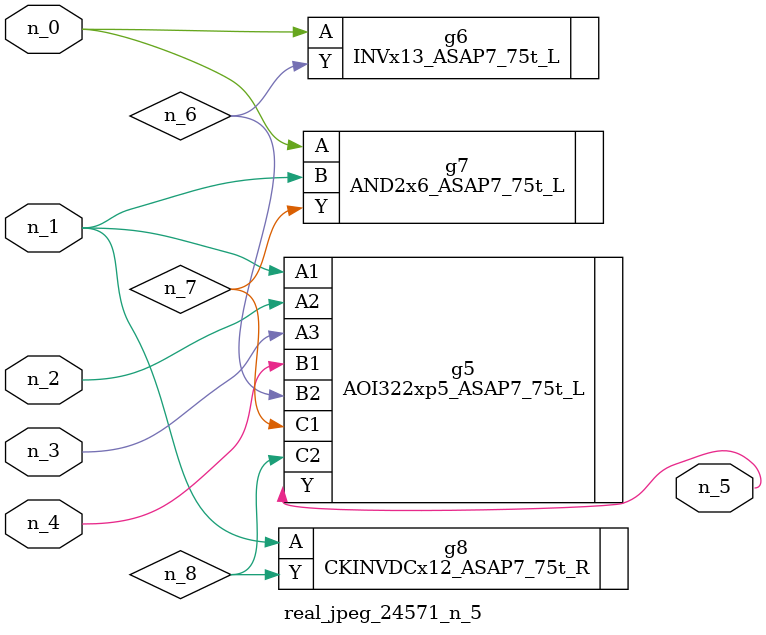
<source format=v>
module real_jpeg_24571_n_5 (n_4, n_0, n_1, n_2, n_3, n_5);

input n_4;
input n_0;
input n_1;
input n_2;
input n_3;

output n_5;

wire n_8;
wire n_6;
wire n_7;

INVx13_ASAP7_75t_L g6 ( 
.A(n_0),
.Y(n_6)
);

AND2x6_ASAP7_75t_L g7 ( 
.A(n_0),
.B(n_1),
.Y(n_7)
);

AOI322xp5_ASAP7_75t_L g5 ( 
.A1(n_1),
.A2(n_2),
.A3(n_3),
.B1(n_4),
.B2(n_6),
.C1(n_7),
.C2(n_8),
.Y(n_5)
);

CKINVDCx12_ASAP7_75t_R g8 ( 
.A(n_1),
.Y(n_8)
);


endmodule
</source>
